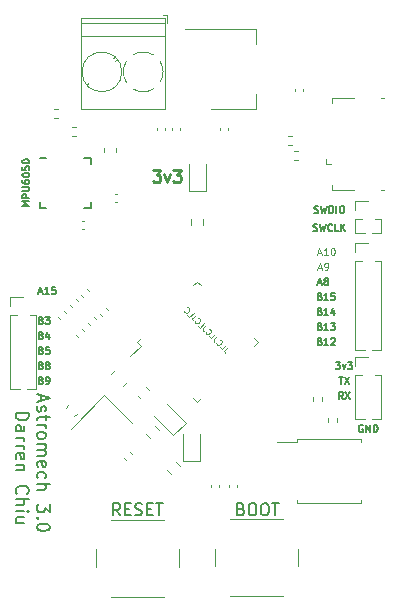
<source format=gbr>
%TF.GenerationSoftware,KiCad,Pcbnew,(5.1.8)-1*%
%TF.CreationDate,2021-05-13T19:04:10-07:00*%
%TF.ProjectId,Astromech3.0,41737472-6f6d-4656-9368-332e302e6b69,rev?*%
%TF.SameCoordinates,Original*%
%TF.FileFunction,Legend,Top*%
%TF.FilePolarity,Positive*%
%FSLAX46Y46*%
G04 Gerber Fmt 4.6, Leading zero omitted, Abs format (unit mm)*
G04 Created by KiCad (PCBNEW (5.1.8)-1) date 2021-05-13 19:04:10*
%MOMM*%
%LPD*%
G01*
G04 APERTURE LIST*
%ADD10C,0.250000*%
%ADD11C,0.125000*%
%ADD12C,0.150000*%
%ADD13C,0.120000*%
G04 APERTURE END LIST*
D10*
X163147523Y-66762380D02*
X163766571Y-66762380D01*
X163433238Y-67143333D01*
X163576095Y-67143333D01*
X163671333Y-67190952D01*
X163718952Y-67238571D01*
X163766571Y-67333809D01*
X163766571Y-67571904D01*
X163718952Y-67667142D01*
X163671333Y-67714761D01*
X163576095Y-67762380D01*
X163290380Y-67762380D01*
X163195142Y-67714761D01*
X163147523Y-67667142D01*
X164099904Y-67095714D02*
X164338000Y-67762380D01*
X164576095Y-67095714D01*
X164861809Y-66762380D02*
X165480857Y-66762380D01*
X165147523Y-67143333D01*
X165290380Y-67143333D01*
X165385619Y-67190952D01*
X165433238Y-67238571D01*
X165480857Y-67333809D01*
X165480857Y-67571904D01*
X165433238Y-67667142D01*
X165385619Y-67714761D01*
X165290380Y-67762380D01*
X165004666Y-67762380D01*
X164909428Y-67714761D01*
X164861809Y-67667142D01*
D11*
X177117428Y-75030000D02*
X177403142Y-75030000D01*
X177060285Y-75201428D02*
X177260285Y-74601428D01*
X177460285Y-75201428D01*
X177688857Y-75201428D02*
X177803142Y-75201428D01*
X177860285Y-75172857D01*
X177888857Y-75144285D01*
X177946000Y-75058571D01*
X177974571Y-74944285D01*
X177974571Y-74715714D01*
X177946000Y-74658571D01*
X177917428Y-74630000D01*
X177860285Y-74601428D01*
X177746000Y-74601428D01*
X177688857Y-74630000D01*
X177660285Y-74658571D01*
X177631714Y-74715714D01*
X177631714Y-74858571D01*
X177660285Y-74915714D01*
X177688857Y-74944285D01*
X177746000Y-74972857D01*
X177860285Y-74972857D01*
X177917428Y-74944285D01*
X177946000Y-74915714D01*
X177974571Y-74858571D01*
D12*
X153463714Y-77062000D02*
X153749428Y-77062000D01*
X153406571Y-77233428D02*
X153606571Y-76633428D01*
X153806571Y-77233428D01*
X154320857Y-77233428D02*
X153978000Y-77233428D01*
X154149428Y-77233428D02*
X154149428Y-76633428D01*
X154092285Y-76719142D01*
X154035142Y-76776285D01*
X153978000Y-76804857D01*
X154863714Y-76633428D02*
X154578000Y-76633428D01*
X154549428Y-76919142D01*
X154578000Y-76890571D01*
X154635142Y-76862000D01*
X154778000Y-76862000D01*
X154835142Y-76890571D01*
X154863714Y-76919142D01*
X154892285Y-76976285D01*
X154892285Y-77119142D01*
X154863714Y-77176285D01*
X154835142Y-77204857D01*
X154778000Y-77233428D01*
X154635142Y-77233428D01*
X154578000Y-77204857D01*
X154549428Y-77176285D01*
X153681142Y-84539142D02*
X153766857Y-84567714D01*
X153795428Y-84596285D01*
X153824000Y-84653428D01*
X153824000Y-84739142D01*
X153795428Y-84796285D01*
X153766857Y-84824857D01*
X153709714Y-84853428D01*
X153481142Y-84853428D01*
X153481142Y-84253428D01*
X153681142Y-84253428D01*
X153738285Y-84282000D01*
X153766857Y-84310571D01*
X153795428Y-84367714D01*
X153795428Y-84424857D01*
X153766857Y-84482000D01*
X153738285Y-84510571D01*
X153681142Y-84539142D01*
X153481142Y-84539142D01*
X154109714Y-84853428D02*
X154224000Y-84853428D01*
X154281142Y-84824857D01*
X154309714Y-84796285D01*
X154366857Y-84710571D01*
X154395428Y-84596285D01*
X154395428Y-84367714D01*
X154366857Y-84310571D01*
X154338285Y-84282000D01*
X154281142Y-84253428D01*
X154166857Y-84253428D01*
X154109714Y-84282000D01*
X154081142Y-84310571D01*
X154052571Y-84367714D01*
X154052571Y-84510571D01*
X154081142Y-84567714D01*
X154109714Y-84596285D01*
X154166857Y-84624857D01*
X154281142Y-84624857D01*
X154338285Y-84596285D01*
X154366857Y-84567714D01*
X154395428Y-84510571D01*
X153681142Y-83269142D02*
X153766857Y-83297714D01*
X153795428Y-83326285D01*
X153824000Y-83383428D01*
X153824000Y-83469142D01*
X153795428Y-83526285D01*
X153766857Y-83554857D01*
X153709714Y-83583428D01*
X153481142Y-83583428D01*
X153481142Y-82983428D01*
X153681142Y-82983428D01*
X153738285Y-83012000D01*
X153766857Y-83040571D01*
X153795428Y-83097714D01*
X153795428Y-83154857D01*
X153766857Y-83212000D01*
X153738285Y-83240571D01*
X153681142Y-83269142D01*
X153481142Y-83269142D01*
X154166857Y-83240571D02*
X154109714Y-83212000D01*
X154081142Y-83183428D01*
X154052571Y-83126285D01*
X154052571Y-83097714D01*
X154081142Y-83040571D01*
X154109714Y-83012000D01*
X154166857Y-82983428D01*
X154281142Y-82983428D01*
X154338285Y-83012000D01*
X154366857Y-83040571D01*
X154395428Y-83097714D01*
X154395428Y-83126285D01*
X154366857Y-83183428D01*
X154338285Y-83212000D01*
X154281142Y-83240571D01*
X154166857Y-83240571D01*
X154109714Y-83269142D01*
X154081142Y-83297714D01*
X154052571Y-83354857D01*
X154052571Y-83469142D01*
X154081142Y-83526285D01*
X154109714Y-83554857D01*
X154166857Y-83583428D01*
X154281142Y-83583428D01*
X154338285Y-83554857D01*
X154366857Y-83526285D01*
X154395428Y-83469142D01*
X154395428Y-83354857D01*
X154366857Y-83297714D01*
X154338285Y-83269142D01*
X154281142Y-83240571D01*
X153681142Y-81999142D02*
X153766857Y-82027714D01*
X153795428Y-82056285D01*
X153824000Y-82113428D01*
X153824000Y-82199142D01*
X153795428Y-82256285D01*
X153766857Y-82284857D01*
X153709714Y-82313428D01*
X153481142Y-82313428D01*
X153481142Y-81713428D01*
X153681142Y-81713428D01*
X153738285Y-81742000D01*
X153766857Y-81770571D01*
X153795428Y-81827714D01*
X153795428Y-81884857D01*
X153766857Y-81942000D01*
X153738285Y-81970571D01*
X153681142Y-81999142D01*
X153481142Y-81999142D01*
X154366857Y-81713428D02*
X154081142Y-81713428D01*
X154052571Y-81999142D01*
X154081142Y-81970571D01*
X154138285Y-81942000D01*
X154281142Y-81942000D01*
X154338285Y-81970571D01*
X154366857Y-81999142D01*
X154395428Y-82056285D01*
X154395428Y-82199142D01*
X154366857Y-82256285D01*
X154338285Y-82284857D01*
X154281142Y-82313428D01*
X154138285Y-82313428D01*
X154081142Y-82284857D01*
X154052571Y-82256285D01*
X153681142Y-79459142D02*
X153766857Y-79487714D01*
X153795428Y-79516285D01*
X153824000Y-79573428D01*
X153824000Y-79659142D01*
X153795428Y-79716285D01*
X153766857Y-79744857D01*
X153709714Y-79773428D01*
X153481142Y-79773428D01*
X153481142Y-79173428D01*
X153681142Y-79173428D01*
X153738285Y-79202000D01*
X153766857Y-79230571D01*
X153795428Y-79287714D01*
X153795428Y-79344857D01*
X153766857Y-79402000D01*
X153738285Y-79430571D01*
X153681142Y-79459142D01*
X153481142Y-79459142D01*
X154024000Y-79173428D02*
X154395428Y-79173428D01*
X154195428Y-79402000D01*
X154281142Y-79402000D01*
X154338285Y-79430571D01*
X154366857Y-79459142D01*
X154395428Y-79516285D01*
X154395428Y-79659142D01*
X154366857Y-79716285D01*
X154338285Y-79744857D01*
X154281142Y-79773428D01*
X154109714Y-79773428D01*
X154052571Y-79744857D01*
X154024000Y-79716285D01*
X153681142Y-80729142D02*
X153766857Y-80757714D01*
X153795428Y-80786285D01*
X153824000Y-80843428D01*
X153824000Y-80929142D01*
X153795428Y-80986285D01*
X153766857Y-81014857D01*
X153709714Y-81043428D01*
X153481142Y-81043428D01*
X153481142Y-80443428D01*
X153681142Y-80443428D01*
X153738285Y-80472000D01*
X153766857Y-80500571D01*
X153795428Y-80557714D01*
X153795428Y-80614857D01*
X153766857Y-80672000D01*
X153738285Y-80700571D01*
X153681142Y-80729142D01*
X153481142Y-80729142D01*
X154338285Y-80643428D02*
X154338285Y-81043428D01*
X154195428Y-80414857D02*
X154052571Y-80843428D01*
X154424000Y-80843428D01*
X152671428Y-69775142D02*
X152071428Y-69775142D01*
X152500000Y-69575142D01*
X152071428Y-69375142D01*
X152671428Y-69375142D01*
X152671428Y-69089428D02*
X152071428Y-69089428D01*
X152071428Y-68860857D01*
X152100000Y-68803714D01*
X152128571Y-68775142D01*
X152185714Y-68746571D01*
X152271428Y-68746571D01*
X152328571Y-68775142D01*
X152357142Y-68803714D01*
X152385714Y-68860857D01*
X152385714Y-69089428D01*
X152071428Y-68489428D02*
X152557142Y-68489428D01*
X152614285Y-68460857D01*
X152642857Y-68432285D01*
X152671428Y-68375142D01*
X152671428Y-68260857D01*
X152642857Y-68203714D01*
X152614285Y-68175142D01*
X152557142Y-68146571D01*
X152071428Y-68146571D01*
X152071428Y-67603714D02*
X152071428Y-67718000D01*
X152100000Y-67775142D01*
X152128571Y-67803714D01*
X152214285Y-67860857D01*
X152328571Y-67889428D01*
X152557142Y-67889428D01*
X152614285Y-67860857D01*
X152642857Y-67832285D01*
X152671428Y-67775142D01*
X152671428Y-67660857D01*
X152642857Y-67603714D01*
X152614285Y-67575142D01*
X152557142Y-67546571D01*
X152414285Y-67546571D01*
X152357142Y-67575142D01*
X152328571Y-67603714D01*
X152300000Y-67660857D01*
X152300000Y-67775142D01*
X152328571Y-67832285D01*
X152357142Y-67860857D01*
X152414285Y-67889428D01*
X152071428Y-67175142D02*
X152071428Y-67118000D01*
X152100000Y-67060857D01*
X152128571Y-67032285D01*
X152185714Y-67003714D01*
X152300000Y-66975142D01*
X152442857Y-66975142D01*
X152557142Y-67003714D01*
X152614285Y-67032285D01*
X152642857Y-67060857D01*
X152671428Y-67118000D01*
X152671428Y-67175142D01*
X152642857Y-67232285D01*
X152614285Y-67260857D01*
X152557142Y-67289428D01*
X152442857Y-67318000D01*
X152300000Y-67318000D01*
X152185714Y-67289428D01*
X152128571Y-67260857D01*
X152100000Y-67232285D01*
X152071428Y-67175142D01*
X152071428Y-66432285D02*
X152071428Y-66718000D01*
X152357142Y-66746571D01*
X152328571Y-66718000D01*
X152300000Y-66660857D01*
X152300000Y-66518000D01*
X152328571Y-66460857D01*
X152357142Y-66432285D01*
X152414285Y-66403714D01*
X152557142Y-66403714D01*
X152614285Y-66432285D01*
X152642857Y-66460857D01*
X152671428Y-66518000D01*
X152671428Y-66660857D01*
X152642857Y-66718000D01*
X152614285Y-66746571D01*
X152071428Y-66032285D02*
X152071428Y-65975142D01*
X152100000Y-65918000D01*
X152128571Y-65889428D01*
X152185714Y-65860857D01*
X152300000Y-65832285D01*
X152442857Y-65832285D01*
X152557142Y-65860857D01*
X152614285Y-65889428D01*
X152642857Y-65918000D01*
X152671428Y-65975142D01*
X152671428Y-66032285D01*
X152642857Y-66089428D01*
X152614285Y-66118000D01*
X152557142Y-66146571D01*
X152442857Y-66175142D01*
X152300000Y-66175142D01*
X152185714Y-66146571D01*
X152128571Y-66118000D01*
X152100000Y-66089428D01*
X152071428Y-66032285D01*
X177271428Y-81237142D02*
X177357142Y-81265714D01*
X177385714Y-81294285D01*
X177414285Y-81351428D01*
X177414285Y-81437142D01*
X177385714Y-81494285D01*
X177357142Y-81522857D01*
X177300000Y-81551428D01*
X177071428Y-81551428D01*
X177071428Y-80951428D01*
X177271428Y-80951428D01*
X177328571Y-80980000D01*
X177357142Y-81008571D01*
X177385714Y-81065714D01*
X177385714Y-81122857D01*
X177357142Y-81180000D01*
X177328571Y-81208571D01*
X177271428Y-81237142D01*
X177071428Y-81237142D01*
X177985714Y-81551428D02*
X177642857Y-81551428D01*
X177814285Y-81551428D02*
X177814285Y-80951428D01*
X177757142Y-81037142D01*
X177700000Y-81094285D01*
X177642857Y-81122857D01*
X178214285Y-81008571D02*
X178242857Y-80980000D01*
X178300000Y-80951428D01*
X178442857Y-80951428D01*
X178500000Y-80980000D01*
X178528571Y-81008571D01*
X178557142Y-81065714D01*
X178557142Y-81122857D01*
X178528571Y-81208571D01*
X178185714Y-81551428D01*
X178557142Y-81551428D01*
X177271428Y-79967142D02*
X177357142Y-79995714D01*
X177385714Y-80024285D01*
X177414285Y-80081428D01*
X177414285Y-80167142D01*
X177385714Y-80224285D01*
X177357142Y-80252857D01*
X177300000Y-80281428D01*
X177071428Y-80281428D01*
X177071428Y-79681428D01*
X177271428Y-79681428D01*
X177328571Y-79710000D01*
X177357142Y-79738571D01*
X177385714Y-79795714D01*
X177385714Y-79852857D01*
X177357142Y-79910000D01*
X177328571Y-79938571D01*
X177271428Y-79967142D01*
X177071428Y-79967142D01*
X177985714Y-80281428D02*
X177642857Y-80281428D01*
X177814285Y-80281428D02*
X177814285Y-79681428D01*
X177757142Y-79767142D01*
X177700000Y-79824285D01*
X177642857Y-79852857D01*
X178185714Y-79681428D02*
X178557142Y-79681428D01*
X178357142Y-79910000D01*
X178442857Y-79910000D01*
X178500000Y-79938571D01*
X178528571Y-79967142D01*
X178557142Y-80024285D01*
X178557142Y-80167142D01*
X178528571Y-80224285D01*
X178500000Y-80252857D01*
X178442857Y-80281428D01*
X178271428Y-80281428D01*
X178214285Y-80252857D01*
X178185714Y-80224285D01*
X177271428Y-78697142D02*
X177357142Y-78725714D01*
X177385714Y-78754285D01*
X177414285Y-78811428D01*
X177414285Y-78897142D01*
X177385714Y-78954285D01*
X177357142Y-78982857D01*
X177300000Y-79011428D01*
X177071428Y-79011428D01*
X177071428Y-78411428D01*
X177271428Y-78411428D01*
X177328571Y-78440000D01*
X177357142Y-78468571D01*
X177385714Y-78525714D01*
X177385714Y-78582857D01*
X177357142Y-78640000D01*
X177328571Y-78668571D01*
X177271428Y-78697142D01*
X177071428Y-78697142D01*
X177985714Y-79011428D02*
X177642857Y-79011428D01*
X177814285Y-79011428D02*
X177814285Y-78411428D01*
X177757142Y-78497142D01*
X177700000Y-78554285D01*
X177642857Y-78582857D01*
X178500000Y-78611428D02*
X178500000Y-79011428D01*
X178357142Y-78382857D02*
X178214285Y-78811428D01*
X178585714Y-78811428D01*
X177271428Y-77427142D02*
X177357142Y-77455714D01*
X177385714Y-77484285D01*
X177414285Y-77541428D01*
X177414285Y-77627142D01*
X177385714Y-77684285D01*
X177357142Y-77712857D01*
X177300000Y-77741428D01*
X177071428Y-77741428D01*
X177071428Y-77141428D01*
X177271428Y-77141428D01*
X177328571Y-77170000D01*
X177357142Y-77198571D01*
X177385714Y-77255714D01*
X177385714Y-77312857D01*
X177357142Y-77370000D01*
X177328571Y-77398571D01*
X177271428Y-77427142D01*
X177071428Y-77427142D01*
X177985714Y-77741428D02*
X177642857Y-77741428D01*
X177814285Y-77741428D02*
X177814285Y-77141428D01*
X177757142Y-77227142D01*
X177700000Y-77284285D01*
X177642857Y-77312857D01*
X178528571Y-77141428D02*
X178242857Y-77141428D01*
X178214285Y-77427142D01*
X178242857Y-77398571D01*
X178300000Y-77370000D01*
X178442857Y-77370000D01*
X178500000Y-77398571D01*
X178528571Y-77427142D01*
X178557142Y-77484285D01*
X178557142Y-77627142D01*
X178528571Y-77684285D01*
X178500000Y-77712857D01*
X178442857Y-77741428D01*
X178300000Y-77741428D01*
X178242857Y-77712857D01*
X178214285Y-77684285D01*
X177117428Y-76300000D02*
X177403142Y-76300000D01*
X177060285Y-76471428D02*
X177260285Y-75871428D01*
X177460285Y-76471428D01*
X177746000Y-76128571D02*
X177688857Y-76100000D01*
X177660285Y-76071428D01*
X177631714Y-76014285D01*
X177631714Y-75985714D01*
X177660285Y-75928571D01*
X177688857Y-75900000D01*
X177746000Y-75871428D01*
X177860285Y-75871428D01*
X177917428Y-75900000D01*
X177946000Y-75928571D01*
X177974571Y-75985714D01*
X177974571Y-76014285D01*
X177946000Y-76071428D01*
X177917428Y-76100000D01*
X177860285Y-76128571D01*
X177746000Y-76128571D01*
X177688857Y-76157142D01*
X177660285Y-76185714D01*
X177631714Y-76242857D01*
X177631714Y-76357142D01*
X177660285Y-76414285D01*
X177688857Y-76442857D01*
X177746000Y-76471428D01*
X177860285Y-76471428D01*
X177917428Y-76442857D01*
X177946000Y-76414285D01*
X177974571Y-76357142D01*
X177974571Y-76242857D01*
X177946000Y-76185714D01*
X177917428Y-76157142D01*
X177860285Y-76128571D01*
D11*
X177085714Y-73760000D02*
X177371428Y-73760000D01*
X177028571Y-73931428D02*
X177228571Y-73331428D01*
X177428571Y-73931428D01*
X177942857Y-73931428D02*
X177600000Y-73931428D01*
X177771428Y-73931428D02*
X177771428Y-73331428D01*
X177714285Y-73417142D01*
X177657142Y-73474285D01*
X177600000Y-73502857D01*
X178314285Y-73331428D02*
X178371428Y-73331428D01*
X178428571Y-73360000D01*
X178457142Y-73388571D01*
X178485714Y-73445714D01*
X178514285Y-73560000D01*
X178514285Y-73702857D01*
X178485714Y-73817142D01*
X178457142Y-73874285D01*
X178428571Y-73902857D01*
X178371428Y-73931428D01*
X178314285Y-73931428D01*
X178257142Y-73902857D01*
X178228571Y-73874285D01*
X178200000Y-73817142D01*
X178171428Y-73702857D01*
X178171428Y-73560000D01*
X178200000Y-73445714D01*
X178228571Y-73388571D01*
X178257142Y-73360000D01*
X178314285Y-73331428D01*
X169466692Y-81703467D02*
X169214154Y-81956005D01*
X169180482Y-82023349D01*
X169180482Y-82090692D01*
X169214154Y-82158036D01*
X169247826Y-82191707D01*
X168776421Y-81720303D02*
X168944780Y-81888662D01*
X169298333Y-81535108D01*
X168490211Y-81366749D02*
X168490211Y-81400421D01*
X168523883Y-81467765D01*
X168557555Y-81501436D01*
X168624898Y-81535108D01*
X168692242Y-81535108D01*
X168742749Y-81518272D01*
X168826929Y-81467765D01*
X168877436Y-81417257D01*
X168927944Y-81333078D01*
X168944780Y-81282570D01*
X168944780Y-81215226D01*
X168911108Y-81147883D01*
X168877436Y-81114211D01*
X168810093Y-81080539D01*
X168776421Y-81080539D01*
X168557555Y-80794330D02*
X168305017Y-81046868D01*
X168271345Y-81114211D01*
X168271345Y-81181555D01*
X168305017Y-81248898D01*
X168338688Y-81282570D01*
X167867284Y-80811165D02*
X168035643Y-80979524D01*
X168389196Y-80625971D01*
X167581074Y-80457612D02*
X167581074Y-80491284D01*
X167614746Y-80558627D01*
X167648417Y-80592299D01*
X167715761Y-80625971D01*
X167783104Y-80625971D01*
X167833612Y-80609135D01*
X167917791Y-80558627D01*
X167968299Y-80508120D01*
X168018807Y-80423940D01*
X168035643Y-80373433D01*
X168035643Y-80306089D01*
X168001971Y-80238746D01*
X167968299Y-80205074D01*
X167900956Y-80171402D01*
X167867284Y-80171402D01*
X167648417Y-79885192D02*
X167395879Y-80137730D01*
X167362208Y-80205074D01*
X167362208Y-80272417D01*
X167395879Y-80339761D01*
X167429551Y-80373433D01*
X166958147Y-79902028D02*
X167126505Y-80070387D01*
X167480059Y-79716834D01*
X166671937Y-79548475D02*
X166671937Y-79582147D01*
X166705608Y-79649490D01*
X166739280Y-79683162D01*
X166806624Y-79716834D01*
X166873967Y-79716834D01*
X166924475Y-79699998D01*
X167008654Y-79649490D01*
X167059162Y-79598982D01*
X167109669Y-79514803D01*
X167126505Y-79464295D01*
X167126505Y-79396952D01*
X167092834Y-79329608D01*
X167059162Y-79295937D01*
X166991818Y-79262265D01*
X166958147Y-79262265D01*
X166739280Y-78976055D02*
X166486742Y-79228593D01*
X166453070Y-79295937D01*
X166453070Y-79363280D01*
X166486742Y-79430624D01*
X166520414Y-79464295D01*
X166049009Y-78992891D02*
X166217368Y-79161250D01*
X166570921Y-78807696D01*
X165762799Y-78639337D02*
X165762799Y-78673009D01*
X165796471Y-78740353D01*
X165830143Y-78774024D01*
X165897486Y-78807696D01*
X165964830Y-78807696D01*
X166015337Y-78790860D01*
X166099517Y-78740353D01*
X166150024Y-78689845D01*
X166200532Y-78605666D01*
X166217368Y-78555158D01*
X166217368Y-78487815D01*
X166183696Y-78420471D01*
X166150024Y-78386799D01*
X166082681Y-78353128D01*
X166049009Y-78353128D01*
D12*
X176696857Y-71870857D02*
X176782571Y-71899428D01*
X176925428Y-71899428D01*
X176982571Y-71870857D01*
X177011142Y-71842285D01*
X177039714Y-71785142D01*
X177039714Y-71728000D01*
X177011142Y-71670857D01*
X176982571Y-71642285D01*
X176925428Y-71613714D01*
X176811142Y-71585142D01*
X176754000Y-71556571D01*
X176725428Y-71528000D01*
X176696857Y-71470857D01*
X176696857Y-71413714D01*
X176725428Y-71356571D01*
X176754000Y-71328000D01*
X176811142Y-71299428D01*
X176954000Y-71299428D01*
X177039714Y-71328000D01*
X177239714Y-71299428D02*
X177382571Y-71899428D01*
X177496857Y-71470857D01*
X177611142Y-71899428D01*
X177754000Y-71299428D01*
X178325428Y-71842285D02*
X178296857Y-71870857D01*
X178211142Y-71899428D01*
X178154000Y-71899428D01*
X178068285Y-71870857D01*
X178011142Y-71813714D01*
X177982571Y-71756571D01*
X177954000Y-71642285D01*
X177954000Y-71556571D01*
X177982571Y-71442285D01*
X178011142Y-71385142D01*
X178068285Y-71328000D01*
X178154000Y-71299428D01*
X178211142Y-71299428D01*
X178296857Y-71328000D01*
X178325428Y-71356571D01*
X178868285Y-71899428D02*
X178582571Y-71899428D01*
X178582571Y-71299428D01*
X179068285Y-71899428D02*
X179068285Y-71299428D01*
X179411142Y-71899428D02*
X179154000Y-71556571D01*
X179411142Y-71299428D02*
X179068285Y-71642285D01*
X176782571Y-70346857D02*
X176868285Y-70375428D01*
X177011142Y-70375428D01*
X177068285Y-70346857D01*
X177096857Y-70318285D01*
X177125428Y-70261142D01*
X177125428Y-70204000D01*
X177096857Y-70146857D01*
X177068285Y-70118285D01*
X177011142Y-70089714D01*
X176896857Y-70061142D01*
X176839714Y-70032571D01*
X176811142Y-70004000D01*
X176782571Y-69946857D01*
X176782571Y-69889714D01*
X176811142Y-69832571D01*
X176839714Y-69804000D01*
X176896857Y-69775428D01*
X177039714Y-69775428D01*
X177125428Y-69804000D01*
X177325428Y-69775428D02*
X177468285Y-70375428D01*
X177582571Y-69946857D01*
X177696857Y-70375428D01*
X177839714Y-69775428D01*
X178068285Y-70375428D02*
X178068285Y-69775428D01*
X178211142Y-69775428D01*
X178296857Y-69804000D01*
X178354000Y-69861142D01*
X178382571Y-69918285D01*
X178411142Y-70032571D01*
X178411142Y-70118285D01*
X178382571Y-70232571D01*
X178354000Y-70289714D01*
X178296857Y-70346857D01*
X178211142Y-70375428D01*
X178068285Y-70375428D01*
X178668285Y-70375428D02*
X178668285Y-69775428D01*
X179068285Y-69775428D02*
X179182571Y-69775428D01*
X179239714Y-69804000D01*
X179296857Y-69861142D01*
X179325428Y-69975428D01*
X179325428Y-70175428D01*
X179296857Y-70289714D01*
X179239714Y-70346857D01*
X179182571Y-70375428D01*
X179068285Y-70375428D01*
X179011142Y-70346857D01*
X178954000Y-70289714D01*
X178925428Y-70175428D01*
X178925428Y-69975428D01*
X178954000Y-69861142D01*
X179011142Y-69804000D01*
X179068285Y-69775428D01*
X180898857Y-88346000D02*
X180841714Y-88317428D01*
X180756000Y-88317428D01*
X180670285Y-88346000D01*
X180613142Y-88403142D01*
X180584571Y-88460285D01*
X180556000Y-88574571D01*
X180556000Y-88660285D01*
X180584571Y-88774571D01*
X180613142Y-88831714D01*
X180670285Y-88888857D01*
X180756000Y-88917428D01*
X180813142Y-88917428D01*
X180898857Y-88888857D01*
X180927428Y-88860285D01*
X180927428Y-88660285D01*
X180813142Y-88660285D01*
X181184571Y-88917428D02*
X181184571Y-88317428D01*
X181527428Y-88917428D01*
X181527428Y-88317428D01*
X181813142Y-88917428D02*
X181813142Y-88317428D01*
X181956000Y-88317428D01*
X182041714Y-88346000D01*
X182098857Y-88403142D01*
X182127428Y-88460285D01*
X182156000Y-88574571D01*
X182156000Y-88660285D01*
X182127428Y-88774571D01*
X182098857Y-88831714D01*
X182041714Y-88888857D01*
X181956000Y-88917428D01*
X181813142Y-88917428D01*
X179224000Y-86123428D02*
X179024000Y-85837714D01*
X178881142Y-86123428D02*
X178881142Y-85523428D01*
X179109714Y-85523428D01*
X179166857Y-85552000D01*
X179195428Y-85580571D01*
X179224000Y-85637714D01*
X179224000Y-85723428D01*
X179195428Y-85780571D01*
X179166857Y-85809142D01*
X179109714Y-85837714D01*
X178881142Y-85837714D01*
X179424000Y-85523428D02*
X179824000Y-86123428D01*
X179824000Y-85523428D02*
X179424000Y-86123428D01*
X178866857Y-84253428D02*
X179209714Y-84253428D01*
X179038285Y-84853428D02*
X179038285Y-84253428D01*
X179352571Y-84253428D02*
X179752571Y-84853428D01*
X179752571Y-84253428D02*
X179352571Y-84853428D01*
X178609714Y-82983428D02*
X178981142Y-82983428D01*
X178781142Y-83212000D01*
X178866857Y-83212000D01*
X178924000Y-83240571D01*
X178952571Y-83269142D01*
X178981142Y-83326285D01*
X178981142Y-83469142D01*
X178952571Y-83526285D01*
X178924000Y-83554857D01*
X178866857Y-83583428D01*
X178695428Y-83583428D01*
X178638285Y-83554857D01*
X178609714Y-83526285D01*
X179181142Y-83183428D02*
X179324000Y-83583428D01*
X179466857Y-83183428D01*
X179638285Y-82983428D02*
X180009714Y-82983428D01*
X179809714Y-83212000D01*
X179895428Y-83212000D01*
X179952571Y-83240571D01*
X179981142Y-83269142D01*
X180009714Y-83326285D01*
X180009714Y-83469142D01*
X179981142Y-83526285D01*
X179952571Y-83554857D01*
X179895428Y-83583428D01*
X179724000Y-83583428D01*
X179666857Y-83554857D01*
X179638285Y-83526285D01*
X153624666Y-85767047D02*
X153624666Y-86290857D01*
X153310380Y-85662285D02*
X154410380Y-86028952D01*
X153310380Y-86395619D01*
X153362761Y-86709904D02*
X153310380Y-86814666D01*
X153310380Y-87024190D01*
X153362761Y-87128952D01*
X153467523Y-87181333D01*
X153519904Y-87181333D01*
X153624666Y-87128952D01*
X153677047Y-87024190D01*
X153677047Y-86867047D01*
X153729428Y-86762285D01*
X153834190Y-86709904D01*
X153886571Y-86709904D01*
X153991333Y-86762285D01*
X154043714Y-86867047D01*
X154043714Y-87024190D01*
X153991333Y-87128952D01*
X154043714Y-87495619D02*
X154043714Y-87914666D01*
X154410380Y-87652761D02*
X153467523Y-87652761D01*
X153362761Y-87705142D01*
X153310380Y-87809904D01*
X153310380Y-87914666D01*
X153310380Y-88281333D02*
X154043714Y-88281333D01*
X153834190Y-88281333D02*
X153938952Y-88333714D01*
X153991333Y-88386095D01*
X154043714Y-88490857D01*
X154043714Y-88595619D01*
X153310380Y-89119428D02*
X153362761Y-89014666D01*
X153415142Y-88962285D01*
X153519904Y-88909904D01*
X153834190Y-88909904D01*
X153938952Y-88962285D01*
X153991333Y-89014666D01*
X154043714Y-89119428D01*
X154043714Y-89276571D01*
X153991333Y-89381333D01*
X153938952Y-89433714D01*
X153834190Y-89486095D01*
X153519904Y-89486095D01*
X153415142Y-89433714D01*
X153362761Y-89381333D01*
X153310380Y-89276571D01*
X153310380Y-89119428D01*
X153310380Y-89957523D02*
X154043714Y-89957523D01*
X153938952Y-89957523D02*
X153991333Y-90009904D01*
X154043714Y-90114666D01*
X154043714Y-90271809D01*
X153991333Y-90376571D01*
X153886571Y-90428952D01*
X153310380Y-90428952D01*
X153886571Y-90428952D02*
X153991333Y-90481333D01*
X154043714Y-90586095D01*
X154043714Y-90743238D01*
X153991333Y-90848000D01*
X153886571Y-90900380D01*
X153310380Y-90900380D01*
X153362761Y-91843238D02*
X153310380Y-91738476D01*
X153310380Y-91528952D01*
X153362761Y-91424190D01*
X153467523Y-91371809D01*
X153886571Y-91371809D01*
X153991333Y-91424190D01*
X154043714Y-91528952D01*
X154043714Y-91738476D01*
X153991333Y-91843238D01*
X153886571Y-91895619D01*
X153781809Y-91895619D01*
X153677047Y-91371809D01*
X153362761Y-92838476D02*
X153310380Y-92733714D01*
X153310380Y-92524190D01*
X153362761Y-92419428D01*
X153415142Y-92367047D01*
X153519904Y-92314666D01*
X153834190Y-92314666D01*
X153938952Y-92367047D01*
X153991333Y-92419428D01*
X154043714Y-92524190D01*
X154043714Y-92733714D01*
X153991333Y-92838476D01*
X153310380Y-93309904D02*
X154410380Y-93309904D01*
X153310380Y-93781333D02*
X153886571Y-93781333D01*
X153991333Y-93728952D01*
X154043714Y-93624190D01*
X154043714Y-93467047D01*
X153991333Y-93362285D01*
X153938952Y-93309904D01*
X154410380Y-95038476D02*
X154410380Y-95719428D01*
X153991333Y-95352761D01*
X153991333Y-95509904D01*
X153938952Y-95614666D01*
X153886571Y-95667047D01*
X153781809Y-95719428D01*
X153519904Y-95719428D01*
X153415142Y-95667047D01*
X153362761Y-95614666D01*
X153310380Y-95509904D01*
X153310380Y-95195619D01*
X153362761Y-95090857D01*
X153415142Y-95038476D01*
X153415142Y-96190857D02*
X153362761Y-96243238D01*
X153310380Y-96190857D01*
X153362761Y-96138476D01*
X153415142Y-96190857D01*
X153310380Y-96190857D01*
X154410380Y-96924190D02*
X154410380Y-97028952D01*
X154358000Y-97133714D01*
X154305619Y-97186095D01*
X154200857Y-97238476D01*
X153991333Y-97290857D01*
X153729428Y-97290857D01*
X153519904Y-97238476D01*
X153415142Y-97186095D01*
X153362761Y-97133714D01*
X153310380Y-97028952D01*
X153310380Y-96924190D01*
X153362761Y-96819428D01*
X153415142Y-96767047D01*
X153519904Y-96714666D01*
X153729428Y-96662285D01*
X153991333Y-96662285D01*
X154200857Y-96714666D01*
X154305619Y-96767047D01*
X154358000Y-96819428D01*
X154410380Y-96924190D01*
X151510380Y-87286095D02*
X152610380Y-87286095D01*
X152610380Y-87548000D01*
X152558000Y-87705142D01*
X152453238Y-87809904D01*
X152348476Y-87862285D01*
X152138952Y-87914666D01*
X151981809Y-87914666D01*
X151772285Y-87862285D01*
X151667523Y-87809904D01*
X151562761Y-87705142D01*
X151510380Y-87548000D01*
X151510380Y-87286095D01*
X151510380Y-88857523D02*
X152086571Y-88857523D01*
X152191333Y-88805142D01*
X152243714Y-88700380D01*
X152243714Y-88490857D01*
X152191333Y-88386095D01*
X151562761Y-88857523D02*
X151510380Y-88752761D01*
X151510380Y-88490857D01*
X151562761Y-88386095D01*
X151667523Y-88333714D01*
X151772285Y-88333714D01*
X151877047Y-88386095D01*
X151929428Y-88490857D01*
X151929428Y-88752761D01*
X151981809Y-88857523D01*
X151510380Y-89381333D02*
X152243714Y-89381333D01*
X152034190Y-89381333D02*
X152138952Y-89433714D01*
X152191333Y-89486095D01*
X152243714Y-89590857D01*
X152243714Y-89695619D01*
X151510380Y-90062285D02*
X152243714Y-90062285D01*
X152034190Y-90062285D02*
X152138952Y-90114666D01*
X152191333Y-90167047D01*
X152243714Y-90271809D01*
X152243714Y-90376571D01*
X151562761Y-91162285D02*
X151510380Y-91057523D01*
X151510380Y-90848000D01*
X151562761Y-90743238D01*
X151667523Y-90690857D01*
X152086571Y-90690857D01*
X152191333Y-90743238D01*
X152243714Y-90848000D01*
X152243714Y-91057523D01*
X152191333Y-91162285D01*
X152086571Y-91214666D01*
X151981809Y-91214666D01*
X151877047Y-90690857D01*
X152243714Y-91686095D02*
X151510380Y-91686095D01*
X152138952Y-91686095D02*
X152191333Y-91738476D01*
X152243714Y-91843238D01*
X152243714Y-92000380D01*
X152191333Y-92105142D01*
X152086571Y-92157523D01*
X151510380Y-92157523D01*
X151615142Y-94148000D02*
X151562761Y-94095619D01*
X151510380Y-93938476D01*
X151510380Y-93833714D01*
X151562761Y-93676571D01*
X151667523Y-93571809D01*
X151772285Y-93519428D01*
X151981809Y-93467047D01*
X152138952Y-93467047D01*
X152348476Y-93519428D01*
X152453238Y-93571809D01*
X152558000Y-93676571D01*
X152610380Y-93833714D01*
X152610380Y-93938476D01*
X152558000Y-94095619D01*
X152505619Y-94148000D01*
X151510380Y-94619428D02*
X152610380Y-94619428D01*
X151510380Y-95090857D02*
X152086571Y-95090857D01*
X152191333Y-95038476D01*
X152243714Y-94933714D01*
X152243714Y-94776571D01*
X152191333Y-94671809D01*
X152138952Y-94619428D01*
X151510380Y-95614666D02*
X152243714Y-95614666D01*
X152610380Y-95614666D02*
X152558000Y-95562285D01*
X152505619Y-95614666D01*
X152558000Y-95667047D01*
X152610380Y-95614666D01*
X152505619Y-95614666D01*
X152243714Y-96609904D02*
X151510380Y-96609904D01*
X152243714Y-96138476D02*
X151667523Y-96138476D01*
X151562761Y-96190857D01*
X151510380Y-96295619D01*
X151510380Y-96452761D01*
X151562761Y-96557523D01*
X151615142Y-96609904D01*
X170600857Y-95432571D02*
X170743714Y-95480190D01*
X170791333Y-95527809D01*
X170838952Y-95623047D01*
X170838952Y-95765904D01*
X170791333Y-95861142D01*
X170743714Y-95908761D01*
X170648476Y-95956380D01*
X170267523Y-95956380D01*
X170267523Y-94956380D01*
X170600857Y-94956380D01*
X170696095Y-95004000D01*
X170743714Y-95051619D01*
X170791333Y-95146857D01*
X170791333Y-95242095D01*
X170743714Y-95337333D01*
X170696095Y-95384952D01*
X170600857Y-95432571D01*
X170267523Y-95432571D01*
X171458000Y-94956380D02*
X171648476Y-94956380D01*
X171743714Y-95004000D01*
X171838952Y-95099238D01*
X171886571Y-95289714D01*
X171886571Y-95623047D01*
X171838952Y-95813523D01*
X171743714Y-95908761D01*
X171648476Y-95956380D01*
X171458000Y-95956380D01*
X171362761Y-95908761D01*
X171267523Y-95813523D01*
X171219904Y-95623047D01*
X171219904Y-95289714D01*
X171267523Y-95099238D01*
X171362761Y-95004000D01*
X171458000Y-94956380D01*
X172505619Y-94956380D02*
X172696095Y-94956380D01*
X172791333Y-95004000D01*
X172886571Y-95099238D01*
X172934190Y-95289714D01*
X172934190Y-95623047D01*
X172886571Y-95813523D01*
X172791333Y-95908761D01*
X172696095Y-95956380D01*
X172505619Y-95956380D01*
X172410380Y-95908761D01*
X172315142Y-95813523D01*
X172267523Y-95623047D01*
X172267523Y-95289714D01*
X172315142Y-95099238D01*
X172410380Y-95004000D01*
X172505619Y-94956380D01*
X173219904Y-94956380D02*
X173791333Y-94956380D01*
X173505619Y-95956380D02*
X173505619Y-94956380D01*
X160345619Y-95956380D02*
X160012285Y-95480190D01*
X159774190Y-95956380D02*
X159774190Y-94956380D01*
X160155142Y-94956380D01*
X160250380Y-95004000D01*
X160298000Y-95051619D01*
X160345619Y-95146857D01*
X160345619Y-95289714D01*
X160298000Y-95384952D01*
X160250380Y-95432571D01*
X160155142Y-95480190D01*
X159774190Y-95480190D01*
X160774190Y-95432571D02*
X161107523Y-95432571D01*
X161250380Y-95956380D02*
X160774190Y-95956380D01*
X160774190Y-94956380D01*
X161250380Y-94956380D01*
X161631333Y-95908761D02*
X161774190Y-95956380D01*
X162012285Y-95956380D01*
X162107523Y-95908761D01*
X162155142Y-95861142D01*
X162202761Y-95765904D01*
X162202761Y-95670666D01*
X162155142Y-95575428D01*
X162107523Y-95527809D01*
X162012285Y-95480190D01*
X161821809Y-95432571D01*
X161726571Y-95384952D01*
X161678952Y-95337333D01*
X161631333Y-95242095D01*
X161631333Y-95146857D01*
X161678952Y-95051619D01*
X161726571Y-95004000D01*
X161821809Y-94956380D01*
X162059904Y-94956380D01*
X162202761Y-95004000D01*
X162631333Y-95432571D02*
X162964666Y-95432571D01*
X163107523Y-95956380D02*
X162631333Y-95956380D01*
X162631333Y-94956380D01*
X163107523Y-94956380D01*
X163393238Y-94956380D02*
X163964666Y-94956380D01*
X163678952Y-95956380D02*
X163678952Y-94956380D01*
D13*
%TO.C,R4*%
X154786359Y-62356000D02*
X155093641Y-62356000D01*
X154786359Y-61596000D02*
X155093641Y-61596000D01*
%TO.C,C15*%
X157333836Y-71734000D02*
X157118164Y-71734000D01*
X157333836Y-71014000D02*
X157118164Y-71014000D01*
%TO.C,R6*%
X166355500Y-71357258D02*
X166355500Y-70882742D01*
X167400500Y-71357258D02*
X167400500Y-70882742D01*
%TO.C,C13*%
X160127836Y-69448000D02*
X159912164Y-69448000D01*
X160127836Y-68728000D02*
X159912164Y-68728000D01*
%TO.C,C19*%
X169566000Y-93579836D02*
X169566000Y-93364164D01*
X170286000Y-93579836D02*
X170286000Y-93364164D01*
%TO.C,C18*%
X168042000Y-93579836D02*
X168042000Y-93364164D01*
X168762000Y-93579836D02*
X168762000Y-93364164D01*
%TO.C,C12*%
X175154000Y-60051836D02*
X175154000Y-59836164D01*
X175874000Y-60051836D02*
X175874000Y-59836164D01*
%TO.C,C11*%
X164190000Y-63138164D02*
X164190000Y-63353836D01*
X163470000Y-63138164D02*
X163470000Y-63353836D01*
%TO.C,C8*%
X169524000Y-63138164D02*
X169524000Y-63353836D01*
X168804000Y-63138164D02*
X168804000Y-63353836D01*
%TO.C,C17*%
X165460000Y-63138164D02*
X165460000Y-63353836D01*
X164740000Y-63138164D02*
X164740000Y-63353836D01*
%TO.C,U1*%
X171665113Y-81598198D02*
X171983311Y-81280000D01*
X171983311Y-81280000D02*
X171665113Y-80961802D01*
X167196198Y-86067113D02*
X166878000Y-86385311D01*
X166878000Y-86385311D02*
X166559802Y-86067113D01*
X166559802Y-76492887D02*
X166878000Y-76174689D01*
X166878000Y-76174689D02*
X167196198Y-76492887D01*
X162090887Y-80961802D02*
X161772689Y-81280000D01*
X161772689Y-81280000D02*
X162090887Y-81598198D01*
X162090887Y-81598198D02*
X161178719Y-82510366D01*
%TO.C,J3*%
X178323500Y-68416000D02*
X178323500Y-67966000D01*
X180173500Y-68416000D02*
X178323500Y-68416000D01*
X182723500Y-60616000D02*
X182473500Y-60616000D01*
X182723500Y-68416000D02*
X182473500Y-68416000D01*
X180173500Y-60616000D02*
X178323500Y-60616000D01*
X178323500Y-60616000D02*
X178323500Y-61066000D01*
X177773500Y-66216000D02*
X177773500Y-65766000D01*
X177773500Y-66216000D02*
X178223500Y-66216000D01*
%TO.C,J5*%
X180246000Y-72900000D02*
X181356000Y-72900000D01*
X180246000Y-73660000D02*
X180246000Y-72900000D01*
X181919471Y-74420000D02*
X182466000Y-74420000D01*
X180246000Y-74420000D02*
X180792529Y-74420000D01*
X182466000Y-74420000D02*
X182466000Y-81975000D01*
X180246000Y-74420000D02*
X180246000Y-81975000D01*
X181663530Y-81975000D02*
X182466000Y-81975000D01*
X180246000Y-81975000D02*
X181048470Y-81975000D01*
%TO.C,U4*%
X178054000Y-94927000D02*
X180779000Y-94927000D01*
X180779000Y-94927000D02*
X180779000Y-94667000D01*
X178054000Y-94927000D02*
X175329000Y-94927000D01*
X175329000Y-94927000D02*
X175329000Y-94667000D01*
X178054000Y-89477000D02*
X180779000Y-89477000D01*
X180779000Y-89477000D02*
X180779000Y-89737000D01*
X178054000Y-89477000D02*
X175329000Y-89477000D01*
X175329000Y-89477000D02*
X175329000Y-89737000D01*
X175329000Y-89737000D02*
X173654000Y-89737000D01*
%TO.C,J6*%
X151036000Y-77472000D02*
X152146000Y-77472000D01*
X151036000Y-78232000D02*
X151036000Y-77472000D01*
X152709471Y-78992000D02*
X153256000Y-78992000D01*
X151036000Y-78992000D02*
X151582529Y-78992000D01*
X153256000Y-78992000D02*
X153256000Y-85277000D01*
X151036000Y-78992000D02*
X151036000Y-85277000D01*
X152453530Y-85277000D02*
X153256000Y-85277000D01*
X151036000Y-85277000D02*
X151838470Y-85277000D01*
%TO.C,J2*%
X180246000Y-69344000D02*
X181356000Y-69344000D01*
X180246000Y-70104000D02*
X180246000Y-69344000D01*
X181919471Y-70864000D02*
X182466000Y-70864000D01*
X180246000Y-70864000D02*
X180792529Y-70864000D01*
X182466000Y-70864000D02*
X182466000Y-72069000D01*
X180246000Y-70864000D02*
X180246000Y-72069000D01*
X181663530Y-72069000D02*
X182466000Y-72069000D01*
X180246000Y-72069000D02*
X181048470Y-72069000D01*
%TO.C,J4*%
X180246000Y-82552000D02*
X181356000Y-82552000D01*
X180246000Y-83312000D02*
X180246000Y-82552000D01*
X181919471Y-84072000D02*
X182466000Y-84072000D01*
X180246000Y-84072000D02*
X180792529Y-84072000D01*
X182466000Y-84072000D02*
X182466000Y-87817000D01*
X180246000Y-84072000D02*
X180246000Y-87817000D01*
X181663530Y-87817000D02*
X182466000Y-87817000D01*
X180246000Y-87817000D02*
X181048470Y-87817000D01*
%TO.C,SW1*%
X158350000Y-98854000D02*
X158350000Y-100354000D01*
X159600000Y-102854000D02*
X164100000Y-102854000D01*
X165350000Y-100354000D02*
X165350000Y-98854000D01*
X164100000Y-96354000D02*
X159600000Y-96354000D01*
%TO.C,R9*%
X175106359Y-65912000D02*
X175413641Y-65912000D01*
X175106359Y-65152000D02*
X175413641Y-65152000D01*
%TO.C,R8*%
X174598359Y-64642000D02*
X174905641Y-64642000D01*
X174598359Y-63882000D02*
X174905641Y-63882000D01*
%TO.C,R3*%
X156310359Y-63880000D02*
X156617641Y-63880000D01*
X156310359Y-63120000D02*
X156617641Y-63120000D01*
%TO.C,R2*%
X177928000Y-87730359D02*
X177928000Y-88037641D01*
X178688000Y-87730359D02*
X178688000Y-88037641D01*
%TO.C,R1*%
X176658000Y-85954359D02*
X176658000Y-86261641D01*
X177418000Y-85954359D02*
X177418000Y-86261641D01*
%TO.C,C1*%
X155626307Y-78663190D02*
X155778810Y-78815693D01*
X155117190Y-79172307D02*
X155269693Y-79324810D01*
%TO.C,C2*%
X155749970Y-86860781D02*
X155948781Y-86661970D01*
X156471219Y-87582030D02*
X156670030Y-87383219D01*
%TO.C,C3*%
X162044781Y-86058030D02*
X161845970Y-85859219D01*
X162766030Y-85336781D02*
X162567219Y-85137970D01*
%TO.C,C4*%
X158318810Y-79323693D02*
X158166307Y-79171190D01*
X157809693Y-79832810D02*
X157657190Y-79680307D01*
%TO.C,C5*%
X156642307Y-77647190D02*
X156794810Y-77799693D01*
X156133190Y-78156307D02*
X156285693Y-78308810D01*
%TO.C,C6*%
X159334810Y-78561693D02*
X159182307Y-78409190D01*
X158825693Y-79070810D02*
X158673190Y-78918307D01*
%TO.C,C7*%
X157063779Y-77308896D02*
X157216282Y-77461399D01*
X157572896Y-76799779D02*
X157725399Y-76952282D01*
%TO.C,C9*%
X156793693Y-80848810D02*
X156641190Y-80696307D01*
X157302810Y-80339693D02*
X157150307Y-80187190D01*
%TO.C,C10*%
X160857693Y-91262810D02*
X160705190Y-91110307D01*
X161366810Y-90753693D02*
X161214307Y-90601190D01*
%TO.C,C16*%
X160022000Y-65164580D02*
X160022000Y-64883420D01*
X159002000Y-65164580D02*
X159002000Y-64883420D01*
%TO.C,D1*%
X167613000Y-68541000D02*
X167613000Y-66256000D01*
X166143000Y-68541000D02*
X167613000Y-68541000D01*
X166143000Y-66256000D02*
X166143000Y-68541000D01*
%TO.C,D2*%
X163252591Y-87584038D02*
X164868330Y-89199777D01*
X164868330Y-89199777D02*
X165907777Y-88160330D01*
X165907777Y-88160330D02*
X164292038Y-86544591D01*
%TO.C,D3*%
X165635000Y-89116000D02*
X165635000Y-91401000D01*
X165635000Y-91401000D02*
X167105000Y-91401000D01*
X167105000Y-91401000D02*
X167105000Y-89116000D01*
%TO.C,J1*%
X160486000Y-58420000D02*
G75*
G03*
X160486000Y-58420000I-1680000J0D01*
G01*
X164116000Y-54320000D02*
X156996000Y-54320000D01*
X164116000Y-55420000D02*
X156996000Y-55420000D01*
X164116000Y-61580000D02*
X156996000Y-61580000D01*
X164116000Y-53860000D02*
X156996000Y-53860000D01*
X164116000Y-61580000D02*
X164116000Y-53860000D01*
X156996000Y-61580000D02*
X156996000Y-53860000D01*
X157531000Y-59489000D02*
X157660000Y-59361000D01*
X159781000Y-57239000D02*
X159875000Y-57146000D01*
X157736000Y-59695000D02*
X157830000Y-59601000D01*
X159951000Y-57479000D02*
X160080000Y-57351000D01*
X164356000Y-54260000D02*
X164356000Y-53620000D01*
X164356000Y-53620000D02*
X163956000Y-53620000D01*
X161415736Y-56995279D02*
G75*
G02*
X162306000Y-56740000I890264J-1424721D01*
G01*
X160880495Y-59310193D02*
G75*
G02*
X160881000Y-57529000I1425505J890193D01*
G01*
X163195894Y-59845358D02*
G75*
G02*
X161440000Y-59860000I-889894J1425358D01*
G01*
X163731358Y-57530106D02*
G75*
G02*
X163746000Y-59286000I-1425358J-889894D01*
G01*
X162277326Y-56739901D02*
G75*
G02*
X163172000Y-56980000I28674J-1680099D01*
G01*
%TO.C,R5*%
X160954282Y-84687165D02*
X160633165Y-85008282D01*
X159914835Y-83647718D02*
X159593718Y-83968835D01*
%TO.C,R7*%
X162530770Y-89101697D02*
X162866303Y-89437230D01*
X163269697Y-88362770D02*
X163605230Y-88698303D01*
%TO.C,R10*%
X165047697Y-91410770D02*
X165383230Y-91746303D01*
X164308770Y-92149697D02*
X164644303Y-92485230D01*
%TO.C,SW2*%
X169656000Y-102782000D02*
X174156000Y-102782000D01*
X168406000Y-98782000D02*
X168406000Y-100282000D01*
X174156000Y-96282000D02*
X169656000Y-96282000D01*
X175406000Y-100282000D02*
X175406000Y-98782000D01*
D12*
%TO.C,U2*%
X157852000Y-65668000D02*
X157852000Y-66193000D01*
X153552000Y-69968000D02*
X153552000Y-69443000D01*
X157852000Y-69968000D02*
X157852000Y-69443000D01*
X153552000Y-65668000D02*
X154077000Y-65668000D01*
X153552000Y-69968000D02*
X154077000Y-69968000D01*
X157852000Y-69968000D02*
X157327000Y-69968000D01*
X157852000Y-65668000D02*
X157327000Y-65668000D01*
D13*
%TO.C,U3*%
X171836000Y-61576000D02*
X171836000Y-60316000D01*
X171836000Y-54756000D02*
X171836000Y-56016000D01*
X168076000Y-61576000D02*
X171836000Y-61576000D01*
X165826000Y-54756000D02*
X171836000Y-54756000D01*
%TO.C,Y1*%
X161330940Y-88144513D02*
X158997487Y-85811060D01*
X158997487Y-85811060D02*
X156169060Y-88639487D01*
%TD*%
M02*

</source>
